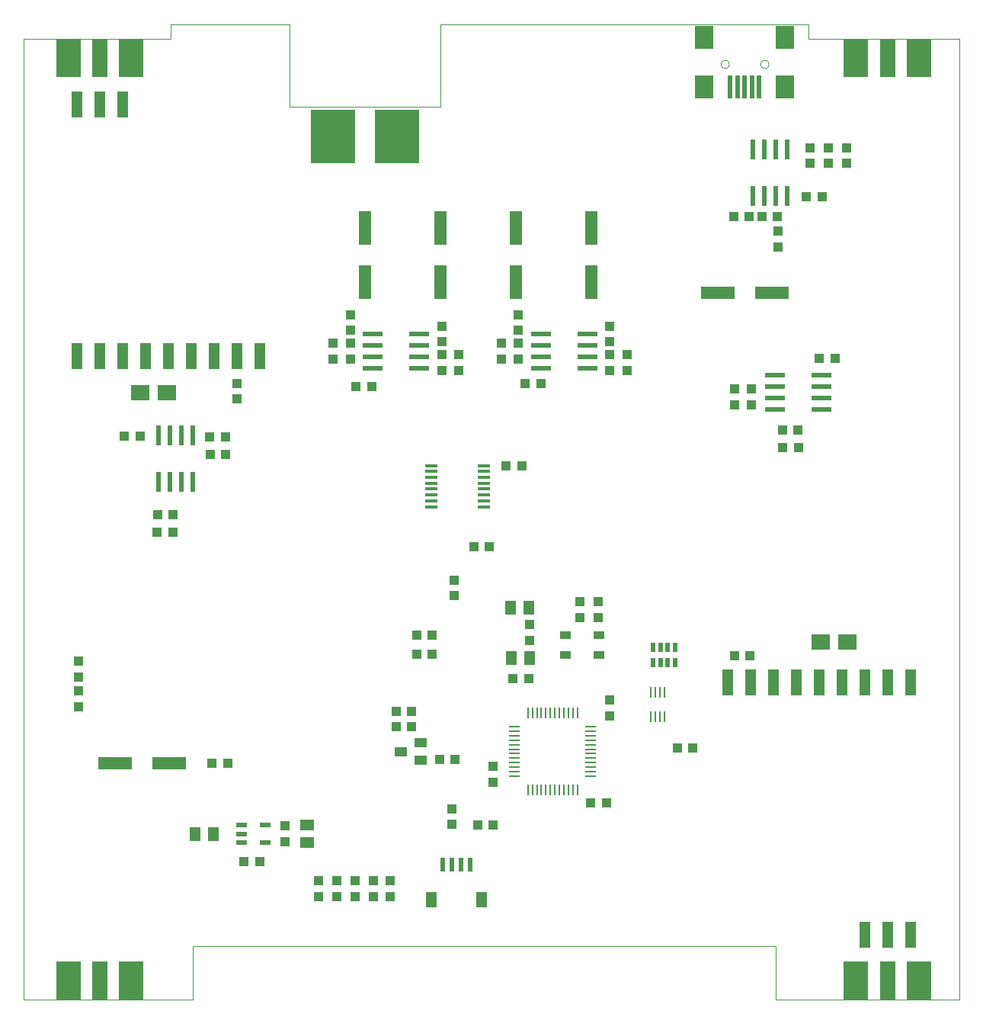
<source format=gtp>
G75*
G70*
%OFA0B0*%
%FSLAX24Y24*%
%IPPOS*%
%LPD*%
%AMOC8*
5,1,8,0,0,1.08239X$1,22.5*
%
%ADD10C,0.0000*%
%ADD11R,0.0700X0.1650*%
%ADD12R,0.1050X0.1650*%
%ADD13R,0.0512X0.1181*%
%ADD14R,0.0846X0.0709*%
%ADD15R,0.0866X0.0236*%
%ADD16R,0.0394X0.0433*%
%ADD17R,0.0433X0.0394*%
%ADD18R,0.0413X0.0425*%
%ADD19R,0.0425X0.0413*%
%ADD20R,0.0100X0.0450*%
%ADD21R,0.0450X0.0100*%
%ADD22R,0.0512X0.0630*%
%ADD23R,0.0236X0.0610*%
%ADD24R,0.0472X0.0709*%
%ADD25R,0.0551X0.1496*%
%ADD26R,0.0500X0.0220*%
%ADD27R,0.0630X0.0512*%
%ADD28R,0.0551X0.0394*%
%ADD29R,0.0236X0.0866*%
%ADD30R,0.0580X0.0140*%
%ADD31R,0.1496X0.0551*%
%ADD32R,0.0100X0.0460*%
%ADD33R,0.0200X0.0400*%
%ADD34R,0.1969X0.2362*%
%ADD35R,0.0472X0.0354*%
%ADD36R,0.0197X0.0984*%
%ADD37R,0.0787X0.0984*%
D10*
X021939Y006539D02*
X029339Y006539D01*
X029339Y008889D01*
X054839Y008889D01*
X054839Y006539D01*
X062884Y006539D01*
X062884Y048546D01*
X056289Y048546D01*
X056289Y049189D01*
X040189Y049189D01*
X040189Y045589D01*
X033589Y045589D01*
X033589Y049189D01*
X028389Y049189D01*
X028389Y048546D01*
X021939Y048546D01*
X021939Y006539D01*
X023089Y006539D02*
X027489Y006539D01*
X057539Y006539D02*
X061939Y006539D01*
X054179Y047439D02*
X054181Y047465D01*
X054187Y047491D01*
X054197Y047516D01*
X054210Y047539D01*
X054226Y047559D01*
X054246Y047577D01*
X054268Y047592D01*
X054291Y047604D01*
X054317Y047612D01*
X054343Y047616D01*
X054369Y047616D01*
X054395Y047612D01*
X054421Y047604D01*
X054445Y047592D01*
X054466Y047577D01*
X054486Y047559D01*
X054502Y047539D01*
X054515Y047516D01*
X054525Y047491D01*
X054531Y047465D01*
X054533Y047439D01*
X054531Y047413D01*
X054525Y047387D01*
X054515Y047362D01*
X054502Y047339D01*
X054486Y047319D01*
X054466Y047301D01*
X054444Y047286D01*
X054421Y047274D01*
X054395Y047266D01*
X054369Y047262D01*
X054343Y047262D01*
X054317Y047266D01*
X054291Y047274D01*
X054267Y047286D01*
X054246Y047301D01*
X054226Y047319D01*
X054210Y047339D01*
X054197Y047362D01*
X054187Y047387D01*
X054181Y047413D01*
X054179Y047439D01*
X052446Y047439D02*
X052448Y047465D01*
X052454Y047491D01*
X052464Y047516D01*
X052477Y047539D01*
X052493Y047559D01*
X052513Y047577D01*
X052535Y047592D01*
X052558Y047604D01*
X052584Y047612D01*
X052610Y047616D01*
X052636Y047616D01*
X052662Y047612D01*
X052688Y047604D01*
X052712Y047592D01*
X052733Y047577D01*
X052753Y047559D01*
X052769Y047539D01*
X052782Y047516D01*
X052792Y047491D01*
X052798Y047465D01*
X052800Y047439D01*
X052798Y047413D01*
X052792Y047387D01*
X052782Y047362D01*
X052769Y047339D01*
X052753Y047319D01*
X052733Y047301D01*
X052711Y047286D01*
X052688Y047274D01*
X052662Y047266D01*
X052636Y047262D01*
X052610Y047262D01*
X052584Y047266D01*
X052558Y047274D01*
X052534Y047286D01*
X052513Y047301D01*
X052493Y047319D01*
X052477Y047339D01*
X052464Y047362D01*
X052454Y047387D01*
X052448Y047413D01*
X052446Y047439D01*
X057539Y048546D02*
X061939Y048546D01*
X027489Y048546D02*
X023089Y048546D01*
D11*
X025289Y047714D03*
X059739Y047714D03*
X059739Y007372D03*
X025289Y007372D03*
D12*
X023914Y007372D03*
X026665Y007372D03*
X058364Y007372D03*
X061115Y007372D03*
X061115Y047714D03*
X058364Y047714D03*
X026665Y047714D03*
X023914Y047714D03*
D13*
X024272Y045689D03*
X025272Y045689D03*
X026272Y045689D03*
X026272Y034666D03*
X027272Y034666D03*
X028272Y034666D03*
X029272Y034666D03*
X030272Y034666D03*
X031272Y034666D03*
X032272Y034666D03*
X025272Y034666D03*
X024272Y034666D03*
X052756Y020413D03*
X053756Y020413D03*
X054756Y020413D03*
X055756Y020413D03*
X056756Y020413D03*
X057756Y020413D03*
X058756Y020413D03*
X059756Y020413D03*
X060756Y020413D03*
X060756Y009389D03*
X059756Y009389D03*
X058756Y009389D03*
D14*
X057970Y022189D03*
X056809Y022189D03*
X028220Y033089D03*
X027059Y033089D03*
D15*
X037216Y034139D03*
X037216Y034639D03*
X037216Y035139D03*
X037216Y035639D03*
X039263Y035639D03*
X039263Y035139D03*
X039263Y034639D03*
X039263Y034139D03*
X044566Y034139D03*
X044566Y034639D03*
X044566Y035139D03*
X044566Y035639D03*
X046613Y035639D03*
X046613Y035139D03*
X046613Y034639D03*
X046613Y034139D03*
X054816Y033839D03*
X054816Y033339D03*
X054816Y032839D03*
X054816Y032339D03*
X056863Y032339D03*
X056863Y032839D03*
X056863Y033339D03*
X056863Y033839D03*
D16*
X055824Y031439D03*
X055155Y031439D03*
X047089Y023924D03*
X047089Y023255D03*
X046289Y023255D03*
X046289Y023924D03*
X044089Y022924D03*
X044089Y022255D03*
X039824Y022489D03*
X039155Y022489D03*
X039155Y021639D03*
X039824Y021639D03*
X038924Y019139D03*
X038924Y018489D03*
X038255Y018489D03*
X038255Y019139D03*
X040155Y017039D03*
X040824Y017039D03*
X041805Y014189D03*
X042474Y014189D03*
X050555Y017539D03*
X051224Y017539D03*
X053055Y021589D03*
X053724Y021589D03*
X042324Y026339D03*
X041655Y026339D03*
X030774Y030389D03*
X030105Y030389D03*
X028474Y027739D03*
X027805Y027739D03*
X053005Y040789D03*
X053674Y040789D03*
X054255Y040789D03*
X054924Y040789D03*
D17*
X054939Y040124D03*
X054939Y039455D03*
X056339Y043105D03*
X056339Y043774D03*
X057139Y043774D03*
X057139Y043105D03*
X057939Y043105D03*
X057939Y043774D03*
X047589Y035974D03*
X047589Y035305D03*
X047589Y034724D03*
X048339Y034724D03*
X048339Y034055D03*
X047589Y034055D03*
X043589Y034555D03*
X042839Y034555D03*
X042839Y035224D03*
X043589Y035224D03*
X043589Y035805D03*
X043589Y036474D03*
X040989Y034724D03*
X040239Y034724D03*
X040239Y035305D03*
X040239Y035974D03*
X040239Y034055D03*
X040989Y034055D03*
X036239Y034555D03*
X035489Y034555D03*
X035489Y035224D03*
X036239Y035224D03*
X036239Y035805D03*
X036239Y036474D03*
X031289Y033474D03*
X031289Y032805D03*
X040789Y024874D03*
X040789Y024205D03*
X053789Y032555D03*
X053789Y033224D03*
X037989Y011724D03*
X037989Y011055D03*
X037239Y011055D03*
X037239Y011724D03*
X036439Y011724D03*
X036439Y011055D03*
X035639Y011055D03*
X035639Y011724D03*
X034839Y011724D03*
X034839Y011055D03*
X024339Y019355D03*
X024339Y020024D03*
X024339Y020655D03*
X024339Y021324D03*
D18*
X030195Y016889D03*
X030884Y016889D03*
X031595Y012589D03*
X032284Y012589D03*
X043345Y020589D03*
X044034Y020589D03*
X046745Y015139D03*
X047434Y015139D03*
X043734Y029889D03*
X043045Y029889D03*
X043895Y033489D03*
X044584Y033489D03*
X037184Y033339D03*
X036495Y033339D03*
X030784Y031139D03*
X030095Y031139D03*
X027034Y031189D03*
X026345Y031189D03*
X027795Y026989D03*
X028484Y026989D03*
X055145Y030689D03*
X055834Y030689D03*
X056745Y034589D03*
X057434Y034589D03*
X056884Y041639D03*
X056195Y041639D03*
D19*
X053039Y033234D03*
X053039Y032545D03*
X047589Y019634D03*
X047589Y018945D03*
X042489Y016734D03*
X042489Y016045D03*
X040689Y014884D03*
X040689Y014195D03*
X033389Y014134D03*
X033389Y013445D03*
D20*
X044007Y015716D03*
X044204Y015716D03*
X044400Y015716D03*
X044597Y015716D03*
X044794Y015716D03*
X044991Y015716D03*
X045188Y015716D03*
X045385Y015716D03*
X045581Y015716D03*
X045778Y015716D03*
X045975Y015716D03*
X046172Y015716D03*
X046172Y019063D03*
X045975Y019063D03*
X045778Y019063D03*
X045581Y019063D03*
X045385Y019063D03*
X045188Y019063D03*
X044991Y019063D03*
X044794Y019063D03*
X044597Y019063D03*
X044400Y019063D03*
X044204Y019063D03*
X044007Y019063D03*
D21*
X043416Y018472D03*
X043416Y018275D03*
X043416Y018078D03*
X043416Y017881D03*
X043416Y017685D03*
X043416Y017488D03*
X043416Y017291D03*
X043416Y017094D03*
X043416Y016897D03*
X043416Y016700D03*
X043416Y016504D03*
X043416Y016307D03*
X046763Y016307D03*
X046763Y016504D03*
X046763Y016700D03*
X046763Y016897D03*
X046763Y017094D03*
X046763Y017291D03*
X046763Y017488D03*
X046763Y017685D03*
X046763Y017881D03*
X046763Y018078D03*
X046763Y018275D03*
X046763Y018472D03*
D22*
X044083Y021489D03*
X043296Y021489D03*
X043246Y023689D03*
X044033Y023689D03*
X030233Y013789D03*
X029446Y013789D03*
D23*
X040289Y012439D03*
X040683Y012439D03*
X041077Y012439D03*
X041470Y012439D03*
D24*
X041982Y010914D03*
X039778Y010914D03*
D25*
X040189Y037908D03*
X040189Y040270D03*
X036889Y040270D03*
X036889Y037908D03*
X043489Y037908D03*
X043489Y040270D03*
X046789Y040270D03*
X046789Y037908D03*
D26*
X032499Y014159D03*
X032499Y013419D03*
X031479Y013419D03*
X031479Y013789D03*
X031479Y014159D03*
D27*
X034339Y014183D03*
X034339Y013396D03*
D28*
X038456Y017389D03*
X039322Y017015D03*
X039322Y017763D03*
D29*
X029339Y029166D03*
X028839Y029166D03*
X028339Y029166D03*
X027839Y029166D03*
X027839Y031213D03*
X028339Y031213D03*
X028839Y031213D03*
X029339Y031213D03*
X053839Y041666D03*
X054339Y041666D03*
X054839Y041666D03*
X055339Y041666D03*
X055339Y043713D03*
X054839Y043713D03*
X054339Y043713D03*
X053839Y043713D03*
D30*
X042089Y029889D03*
X042089Y029629D03*
X042089Y029369D03*
X042089Y029119D03*
X042089Y028859D03*
X042089Y028609D03*
X042089Y028349D03*
X042089Y028089D03*
X039789Y028089D03*
X039789Y028349D03*
X039789Y028609D03*
X039789Y028859D03*
X039789Y029119D03*
X039789Y029369D03*
X039789Y029629D03*
X039789Y029889D03*
D31*
X052308Y037439D03*
X054670Y037439D03*
X028320Y016889D03*
X025958Y016889D03*
D32*
X049389Y018899D03*
X049589Y018899D03*
X049789Y018899D03*
X049989Y018899D03*
X049989Y019979D03*
X049789Y019979D03*
X049589Y019979D03*
X049389Y019979D03*
D33*
X049494Y021289D03*
X049809Y021289D03*
X050124Y021289D03*
X050439Y021289D03*
X050439Y021939D03*
X050124Y021939D03*
X049809Y021939D03*
X049494Y021939D03*
D34*
X038287Y044289D03*
X035492Y044289D03*
D35*
X045661Y022472D03*
X045661Y021606D03*
X047118Y021606D03*
X047118Y022472D03*
D36*
X052859Y046455D03*
X053174Y046455D03*
X053489Y046455D03*
X053804Y046455D03*
X054119Y046455D03*
D37*
X055261Y046455D03*
X055261Y048620D03*
X051718Y048620D03*
X051718Y046455D03*
M02*

</source>
